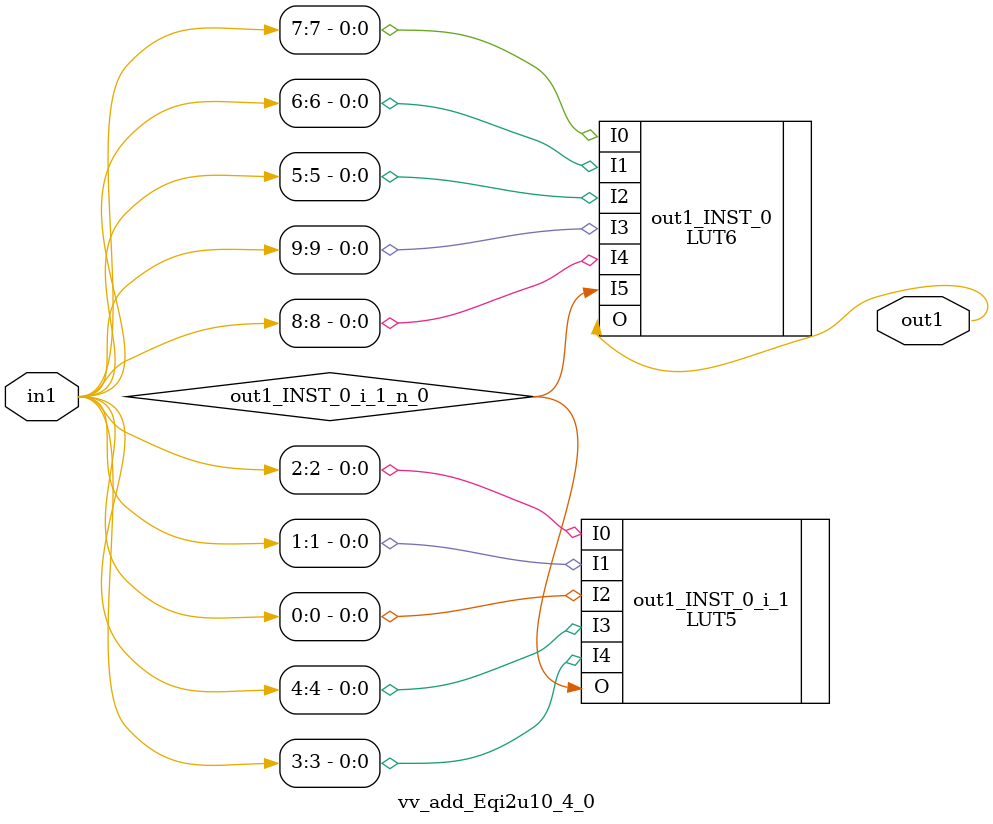
<source format=v>
`timescale 1 ps / 1 ps

(* STRUCTURAL_NETLIST = "yes" *)
module vv_add_Eqi2u10_4_0
   (in1,
    out1);
  input [9:0]in1;
  output out1;

  wire [9:0]in1;
  wire out1;
  wire out1_INST_0_i_1_n_0;

  LUT6 #(
    .INIT(64'h0000000000000001)) 
    out1_INST_0
       (.I0(in1[7]),
        .I1(in1[6]),
        .I2(in1[5]),
        .I3(in1[9]),
        .I4(in1[8]),
        .I5(out1_INST_0_i_1_n_0),
        .O(out1));
  LUT5 #(
    .INIT(32'hFFFFFFFB)) 
    out1_INST_0_i_1
       (.I0(in1[2]),
        .I1(in1[1]),
        .I2(in1[0]),
        .I3(in1[4]),
        .I4(in1[3]),
        .O(out1_INST_0_i_1_n_0));
endmodule


</source>
